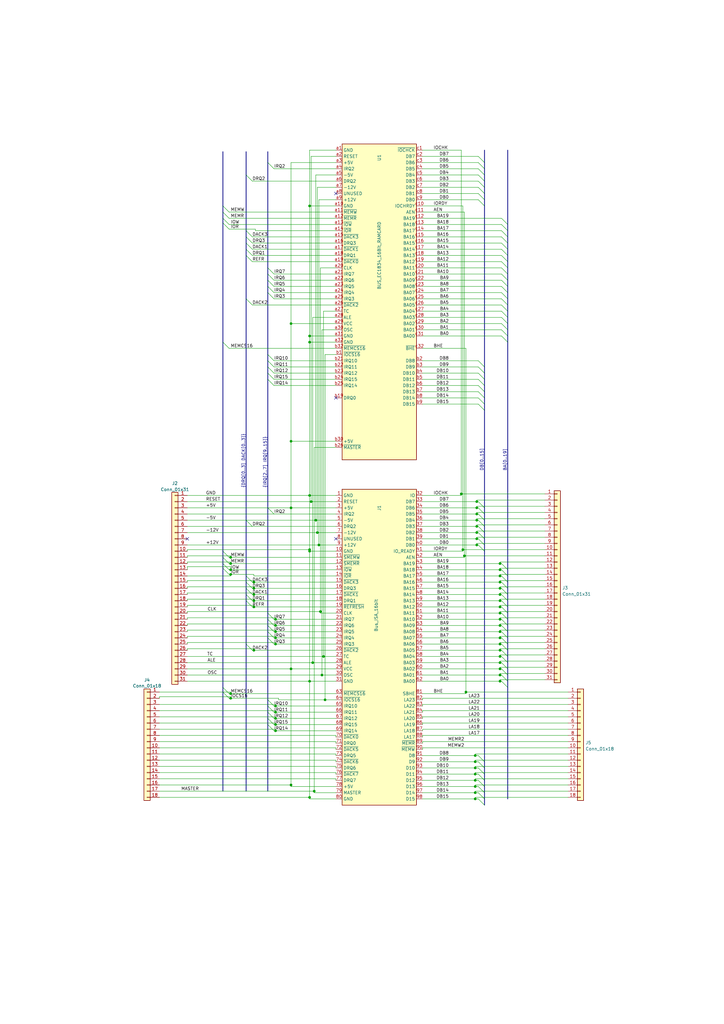
<source format=kicad_sch>
(kicad_sch (version 20211123) (generator eeschema)
  (paper "A3" portrait)
  (title_block (title "ISA16 to DIN41612") (date "2023-06-06") (rev "1") (company "Mario Goegel"))
  (junction (at 94.615 233.68))
  (junction (at 189.865 225.425))
  (junction (at 127 279.4))
  (junction (at 205.105 241.3))
  (junction (at 132.715 269.24))
  (junction (at 205.105 231.14))
  (junction (at 127 137.795))
  (junction (at 195.58 223.52))
  (junction (at 194.945 320.04))
  (junction (at 113.03 254))
  (junction (at 205.105 264.16))
  (junction (at 113.03 297.18))
  (junction (at 104.14 243.84))
  (junction (at 194.945 327.66))
  (junction (at 113.03 256.54))
  (junction (at 127 226.06))
  (junction (at 119.38 208.28))
  (junction (at 104.14 241.3))
  (junction (at 205.105 238.76))
  (junction (at 194.945 314.96))
  (junction (at 94.615 284.48))
  (junction (at 130.81 223.52))
  (junction (at 119.38 321.945))
  (junction (at 191.135 283.845))
  (junction (at 205.105 261.62))
  (junction (at 205.105 271.78))
  (junction (at 94.615 228.6))
  (junction (at 128.27 271.78))
  (junction (at 195.58 205.74))
  (junction (at 130.175 218.44))
  (junction (at 127.635 205.74))
  (junction (at 127 203.2))
  (junction (at 104.14 238.76))
  (junction (at 113.03 292.1))
  (junction (at 129.54 213.36))
  (junction (at 190.5 227.965))
  (junction (at 205.105 279.4))
  (junction (at 205.105 269.24))
  (junction (at 127 327.025))
  (junction (at 104.14 248.92))
  (junction (at 104.14 246.38))
  (junction (at 195.58 213.36))
  (junction (at 113.03 289.56))
  (junction (at 205.105 256.54))
  (junction (at 205.105 259.08))
  (junction (at 205.105 276.86))
  (junction (at 119.38 132.715))
  (junction (at 195.58 210.82))
  (junction (at 94.615 235.585))
  (junction (at 195.58 208.28))
  (junction (at 119.38 274.32))
  (junction (at 189.23 202.565))
  (junction (at 195.58 220.98))
  (junction (at 194.945 317.5))
  (junction (at 194.945 325.12))
  (junction (at 205.105 248.92))
  (junction (at 131.445 250.825))
  (junction (at 127 84.455))
  (junction (at 205.105 274.32))
  (junction (at 205.105 233.68))
  (junction (at 205.105 236.22))
  (junction (at 113.03 259.08))
  (junction (at 194.945 312.42))
  (junction (at 113.03 299.72))
  (junction (at 195.58 215.9))
  (junction (at 104.14 266.7))
  (junction (at 127 140.335))
  (junction (at 128.905 324.485))
  (junction (at 194.945 309.88))
  (junction (at 205.105 254))
  (junction (at 205.105 246.38))
  (junction (at 132.08 276.86))
  (junction (at 194.945 322.58))
  (junction (at 127 225.425))
  (junction (at 94.615 286.385))
  (junction (at 133.35 287.02))
  (junction (at 205.105 251.46))
  (junction (at 205.105 266.7))
  (junction (at 195.58 218.44))
  (junction (at 94.615 231.14))
  (junction (at 113.03 261.62))
  (junction (at 119.38 180.975))
  (junction (at 113.03 294.64))
  (junction (at 113.03 264.16))
  (junction (at 205.105 243.84))
  (no_connect (at 137.795 220.98))
  (no_connect (at 137.795 163.195))
  (no_connect (at 76.835 220.98))
  (no_connect (at 137.795 79.375))
  (bus_entry (at 100.965 71.755) (size 2.54 2.54))
  (bus_entry (at 205.74 137.795) (size 2.54 2.54))
  (bus_entry (at 100.965 102.235) (size 2.54 2.54))
  (bus_entry (at 205.74 279.4) (size 2.54 2.54))
  (bus_entry (at 196.215 158.115) (size 2.54 2.54))
  (bus_entry (at 196.215 220.98) (size 2.54 2.54))
  (bus_entry (at 196.215 327.66) (size 2.54 2.54))
  (bus_entry (at 205.74 132.715) (size 2.54 2.54))
  (bus_entry (at 100.965 264.16) (size 2.54 2.54))
  (bus_entry (at 205.74 89.535) (size 2.54 2.54))
  (bus_entry (at 109.855 153.035) (size 2.54 2.54))
  (bus_entry (at 109.855 256.54) (size 2.54 2.54))
  (bus_entry (at 205.74 114.935) (size 2.54 2.54))
  (bus_entry (at 196.215 320.04) (size 2.54 2.54))
  (bus_entry (at 205.74 264.16) (size 2.54 2.54))
  (bus_entry (at 109.855 145.415) (size 2.54 2.54))
  (bus_entry (at 100.965 104.775) (size 2.54 2.54))
  (bus_entry (at 205.74 233.68) (size 2.54 2.54))
  (bus_entry (at 100.965 213.36) (size 2.54 2.54))
  (bus_entry (at 91.44 226.06) (size 2.54 2.54))
  (bus_entry (at 196.215 213.36) (size 2.54 2.54))
  (bus_entry (at 109.855 109.855) (size 2.54 2.54))
  (bus_entry (at 109.855 120.015) (size 2.54 2.54))
  (bus_entry (at 196.215 163.195) (size 2.54 2.54))
  (bus_entry (at 196.215 215.9) (size 2.54 2.54))
  (bus_entry (at 109.855 114.935) (size 2.54 2.54))
  (bus_entry (at 109.855 294.64) (size 2.54 2.54))
  (bus_entry (at 205.74 256.54) (size 2.54 2.54))
  (bus_entry (at 100.965 94.615) (size 2.54 2.54))
  (bus_entry (at 109.855 150.495) (size 2.54 2.54))
  (bus_entry (at 196.215 74.295) (size 2.54 2.54))
  (bus_entry (at 109.855 251.46) (size 2.54 2.54))
  (bus_entry (at 205.74 97.155) (size 2.54 2.54))
  (bus_entry (at 91.44 91.44) (size 2.54 2.54))
  (bus_entry (at 196.215 312.42) (size 2.54 2.54))
  (bus_entry (at 196.215 210.82) (size 2.54 2.54))
  (bus_entry (at 100.965 97.155) (size 2.54 2.54))
  (bus_entry (at 91.44 84.455) (size 2.54 2.54))
  (bus_entry (at 205.74 248.92) (size 2.54 2.54))
  (bus_entry (at 205.74 102.235) (size 2.54 2.54))
  (bus_entry (at 196.215 205.74) (size 2.54 2.54))
  (bus_entry (at 205.74 122.555) (size 2.54 2.54))
  (bus_entry (at 205.74 135.255) (size 2.54 2.54))
  (bus_entry (at 196.215 69.215) (size 2.54 2.54))
  (bus_entry (at 109.855 254) (size 2.54 2.54))
  (bus_entry (at 205.74 99.695) (size 2.54 2.54))
  (bus_entry (at 100.965 99.695) (size 2.54 2.54))
  (bus_entry (at 205.74 251.46) (size 2.54 2.54))
  (bus_entry (at 91.44 231.14) (size 2.54 2.54))
  (bus_entry (at 205.74 259.08) (size 2.54 2.54))
  (bus_entry (at 205.74 236.22) (size 2.54 2.54))
  (bus_entry (at 205.74 266.7) (size 2.54 2.54))
  (bus_entry (at 109.855 66.675) (size 2.54 2.54))
  (bus_entry (at 205.74 127.635) (size 2.54 2.54))
  (bus_entry (at 205.74 241.3) (size 2.54 2.54))
  (bus_entry (at 205.74 269.24) (size 2.54 2.54))
  (bus_entry (at 109.855 208.28) (size 2.54 2.54))
  (bus_entry (at 205.74 92.075) (size 2.54 2.54))
  (bus_entry (at 100.965 122.555) (size 2.54 2.54))
  (bus_entry (at 196.215 71.755) (size 2.54 2.54))
  (bus_entry (at 196.215 153.035) (size 2.54 2.54))
  (bus_entry (at 205.74 107.315) (size 2.54 2.54))
  (bus_entry (at 196.215 66.675) (size 2.54 2.54))
  (bus_entry (at 205.74 238.76) (size 2.54 2.54))
  (bus_entry (at 196.215 79.375) (size 2.54 2.54))
  (bus_entry (at 205.74 261.62) (size 2.54 2.54))
  (bus_entry (at 196.215 76.835) (size 2.54 2.54))
  (bus_entry (at 91.44 89.535) (size 2.54 2.54))
  (bus_entry (at 196.215 147.955) (size 2.54 2.54))
  (bus_entry (at 205.74 276.86) (size 2.54 2.54))
  (bus_entry (at 205.74 94.615) (size 2.54 2.54))
  (bus_entry (at 196.215 165.735) (size 2.54 2.54))
  (bus_entry (at 205.74 254) (size 2.54 2.54))
  (bus_entry (at 205.74 120.015) (size 2.54 2.54))
  (bus_entry (at 109.855 287.02) (size 2.54 2.54))
  (bus_entry (at 196.215 81.915) (size 2.54 2.54))
  (bus_entry (at 91.44 233.045) (size 2.54 2.54))
  (bus_entry (at 205.74 104.775) (size 2.54 2.54))
  (bus_entry (at 91.44 140.335) (size 2.54 2.54))
  (bus_entry (at 109.855 155.575) (size 2.54 2.54))
  (bus_entry (at 205.74 246.38) (size 2.54 2.54))
  (bus_entry (at 196.215 150.495) (size 2.54 2.54))
  (bus_entry (at 100.965 236.22) (size 2.54 2.54))
  (bus_entry (at 205.74 109.855) (size 2.54 2.54))
  (bus_entry (at 100.965 243.84) (size 2.54 2.54))
  (bus_entry (at 196.215 325.12) (size 2.54 2.54))
  (bus_entry (at 196.215 322.58) (size 2.54 2.54))
  (bus_entry (at 196.215 160.655) (size 2.54 2.54))
  (bus_entry (at 109.855 147.955) (size 2.54 2.54))
  (bus_entry (at 196.215 223.52) (size 2.54 2.54))
  (bus_entry (at 109.855 292.1) (size 2.54 2.54))
  (bus_entry (at 205.74 231.14) (size 2.54 2.54))
  (bus_entry (at 205.74 125.095) (size 2.54 2.54))
  (bus_entry (at 196.215 317.5) (size 2.54 2.54))
  (bus_entry (at 196.215 314.96) (size 2.54 2.54))
  (bus_entry (at 91.44 86.995) (size 2.54 2.54))
  (bus_entry (at 205.74 243.84) (size 2.54 2.54))
  (bus_entry (at 109.855 259.08) (size 2.54 2.54))
  (bus_entry (at 205.74 271.78) (size 2.54 2.54))
  (bus_entry (at 196.215 208.28) (size 2.54 2.54))
  (bus_entry (at 196.215 64.135) (size 2.54 2.54))
  (bus_entry (at 100.965 241.3) (size 2.54 2.54))
  (bus_entry (at 196.215 218.44) (size 2.54 2.54))
  (bus_entry (at 205.74 112.395) (size 2.54 2.54))
  (bus_entry (at 100.965 238.76) (size 2.54 2.54))
  (bus_entry (at 196.215 309.88) (size 2.54 2.54))
  (bus_entry (at 109.855 117.475) (size 2.54 2.54))
  (bus_entry (at 196.215 155.575) (size 2.54 2.54))
  (bus_entry (at 91.44 283.845) (size 2.54 2.54))
  (bus_entry (at 109.855 289.56) (size 2.54 2.54))
  (bus_entry (at 109.855 297.18) (size 2.54 2.54))
  (bus_entry (at 109.855 112.395) (size 2.54 2.54))
  (bus_entry (at 91.44 228.6) (size 2.54 2.54))
  (bus_entry (at 205.74 117.475) (size 2.54 2.54))
  (bus_entry (at 205.74 130.175) (size 2.54 2.54))
  (bus_entry (at 91.44 281.94) (size 2.54 2.54))
  (bus_entry (at 100.965 246.38) (size 2.54 2.54))
  (bus_entry (at 109.855 261.62) (size 2.54 2.54))
  (bus_entry (at 205.74 274.32) (size 2.54 2.54))
  (wire (pts (xy 103.505 238.76) (xy 104.14 238.76)))
  (bus (pts (xy 198.755 76.835) (xy 198.755 79.375)))
  (wire (pts (xy 205.105 276.86) (xy 205.74 276.86)))
  (bus (pts (xy 91.44 89.535) (xy 91.44 91.44)))
  (wire (pts (xy 76.835 246.38) (xy 76.835 245.745)))
  (wire (pts (xy 195.58 220.345) (xy 195.58 220.98)))
  (wire (pts (xy 113.03 256.54) (xy 137.795 256.54)))
  (wire (pts (xy 205.105 266.065) (xy 223.52 266.065)))
  (bus (pts (xy 198.755 158.115) (xy 198.755 160.655)))
  (wire (pts (xy 112.395 294.64) (xy 113.03 294.64)))
  (bus (pts (xy 208.28 243.84) (xy 208.28 246.38)))
  (wire (pts (xy 173.355 296.545) (xy 233.045 296.545)))
  (bus (pts (xy 198.755 220.98) (xy 198.755 223.52)))
  (wire (pts (xy 76.835 248.92) (xy 76.835 248.285)))
  (bus (pts (xy 208.28 132.715) (xy 208.28 135.255)))
  (wire (pts (xy 205.105 240.665) (xy 223.52 240.665)))
  (wire (pts (xy 128.905 324.485) (xy 128.905 325.12)))
  (bus (pts (xy 109.855 289.56) (xy 109.855 292.1)))
  (bus (pts (xy 109.855 147.955) (xy 109.855 150.495)))
  (bus (pts (xy 198.755 61.595) (xy 198.755 66.675)))
  (bus (pts (xy 91.44 231.14) (xy 91.44 233.045)))
  (wire (pts (xy 137.795 76.835) (xy 130.175 76.835)))
  (wire (pts (xy 76.835 203.2) (xy 127 203.2)))
  (wire (pts (xy 173.355 254) (xy 205.105 254)))
  (bus (pts (xy 198.755 320.04) (xy 198.755 322.58)))
  (wire (pts (xy 76.835 279.4) (xy 127 279.4)))
  (wire (pts (xy 65.405 299.085) (xy 113.03 299.085)))
  (wire (pts (xy 173.355 286.385) (xy 173.355 287.02)))
  (wire (pts (xy 173.355 314.96) (xy 194.945 314.96)))
  (wire (pts (xy 76.835 258.445) (xy 113.03 258.445)))
  (wire (pts (xy 76.835 255.905) (xy 113.03 255.905)))
  (wire (pts (xy 173.355 112.395) (xy 205.74 112.395)))
  (wire (pts (xy 190.5 227.965) (xy 223.52 227.965)))
  (wire (pts (xy 127 61.595) (xy 127 84.455)))
  (wire (pts (xy 137.795 208.28) (xy 119.38 208.28)))
  (wire (pts (xy 76.835 223.52) (xy 130.81 223.52)))
  (wire (pts (xy 194.945 319.405) (xy 194.945 320.04)))
  (wire (pts (xy 112.395 259.08) (xy 113.03 259.08)))
  (wire (pts (xy 128.27 130.175) (xy 128.27 271.78)))
  (wire (pts (xy 76.835 240.665) (xy 104.14 240.665)))
  (wire (pts (xy 112.395 254) (xy 113.03 254)))
  (wire (pts (xy 94.615 235.585) (xy 93.98 235.585)))
  (wire (pts (xy 94.615 231.14) (xy 137.795 231.14)))
  (wire (pts (xy 76.835 250.825) (xy 131.445 250.825)))
  (wire (pts (xy 173.355 125.095) (xy 205.74 125.095)))
  (wire (pts (xy 137.795 319.405) (xy 137.795 320.04)))
  (wire (pts (xy 173.355 158.115) (xy 196.215 158.115)))
  (wire (pts (xy 103.505 102.235) (xy 137.795 102.235)))
  (wire (pts (xy 127 140.335) (xy 127 203.2)))
  (wire (pts (xy 76.835 271.78) (xy 128.27 271.78)))
  (wire (pts (xy 65.405 285.75) (xy 94.615 285.75)))
  (wire (pts (xy 104.14 243.205) (xy 104.14 243.84)))
  (bus (pts (xy 208.28 122.555) (xy 208.28 125.095)))
  (bus (pts (xy 100.965 102.235) (xy 100.965 104.775)))
  (wire (pts (xy 109.855 208.28) (xy 119.38 208.28)))
  (wire (pts (xy 137.795 205.74) (xy 127.635 205.74)))
  (wire (pts (xy 194.945 314.325) (xy 233.045 314.325)))
  (wire (pts (xy 65.405 324.485) (xy 128.905 324.485)))
  (wire (pts (xy 194.945 324.485) (xy 233.045 324.485)))
  (wire (pts (xy 137.795 306.705) (xy 137.795 307.34)))
  (wire (pts (xy 173.355 114.935) (xy 205.74 114.935)))
  (wire (pts (xy 76.835 264.16) (xy 76.835 263.525)))
  (wire (pts (xy 173.355 92.075) (xy 205.74 92.075)))
  (wire (pts (xy 76.835 233.68) (xy 76.835 232.41)))
  (wire (pts (xy 173.355 99.695) (xy 205.74 99.695)))
  (wire (pts (xy 65.405 294.005) (xy 113.03 294.005)))
  (wire (pts (xy 127 327.66) (xy 127 327.025)))
  (wire (pts (xy 205.105 261.62) (xy 205.74 261.62)))
  (wire (pts (xy 173.355 153.035) (xy 196.215 153.035)))
  (wire (pts (xy 205.105 271.145) (xy 223.52 271.145)))
  (wire (pts (xy 195.58 223.52) (xy 196.215 223.52)))
  (wire (pts (xy 173.355 259.08) (xy 205.105 259.08)))
  (wire (pts (xy 173.355 102.235) (xy 205.74 102.235)))
  (wire (pts (xy 205.105 271.78) (xy 205.74 271.78)))
  (wire (pts (xy 104.14 235.585) (xy 94.615 235.585)))
  (wire (pts (xy 119.38 180.975) (xy 119.38 208.28)))
  (wire (pts (xy 76.835 231.14) (xy 76.835 230.505)))
  (wire (pts (xy 76.835 269.24) (xy 132.715 269.24)))
  (wire (pts (xy 104.14 241.3) (xy 137.795 241.3)))
  (wire (pts (xy 173.355 261.62) (xy 205.105 261.62)))
  (wire (pts (xy 173.355 317.5) (xy 194.945 317.5)))
  (wire (pts (xy 113.03 297.18) (xy 137.795 297.18)))
  (wire (pts (xy 194.945 327.025) (xy 194.945 327.66)))
  (wire (pts (xy 173.355 74.295) (xy 196.215 74.295)))
  (wire (pts (xy 103.505 243.84) (xy 104.14 243.84)))
  (wire (pts (xy 189.23 202.565) (xy 223.52 202.565)))
  (bus (pts (xy 208.28 246.38) (xy 208.28 248.92)))
  (wire (pts (xy 113.03 263.525) (xy 113.03 264.16)))
  (wire (pts (xy 173.355 269.24) (xy 205.105 269.24)))
  (wire (pts (xy 119.38 321.945) (xy 119.38 322.58)))
  (wire (pts (xy 173.355 97.155) (xy 205.74 97.155)))
  (wire (pts (xy 173.355 208.28) (xy 195.58 208.28)))
  (wire (pts (xy 194.945 321.945) (xy 194.945 322.58)))
  (wire (pts (xy 173.355 218.44) (xy 195.58 218.44)))
  (wire (pts (xy 76.835 226.06) (xy 76.835 225.425)))
  (wire (pts (xy 103.505 107.315) (xy 137.795 107.315)))
  (wire (pts (xy 189.23 203.2) (xy 173.355 203.2)))
  (wire (pts (xy 205.105 253.365) (xy 205.105 254)))
  (bus (pts (xy 109.855 112.395) (xy 109.855 114.935)))
  (wire (pts (xy 113.03 264.16) (xy 137.795 264.16)))
  (wire (pts (xy 94.615 232.41) (xy 94.615 233.68)))
  (bus (pts (xy 198.755 325.12) (xy 198.755 327.66)))
  (wire (pts (xy 191.135 284.48) (xy 191.135 283.845)))
  (wire (pts (xy 194.945 309.245) (xy 233.045 309.245)))
  (wire (pts (xy 137.795 145.415) (xy 133.35 145.415)))
  (wire (pts (xy 65.405 311.785) (xy 137.795 311.785)))
  (bus (pts (xy 91.44 233.045) (xy 91.44 281.94)))
  (wire (pts (xy 195.58 207.645) (xy 223.52 207.645)))
  (wire (pts (xy 93.98 228.6) (xy 94.615 228.6)))
  (bus (pts (xy 208.28 127.635) (xy 208.28 130.175)))
  (wire (pts (xy 137.795 311.785) (xy 137.795 312.42)))
  (wire (pts (xy 173.355 120.015) (xy 205.74 120.015)))
  (bus (pts (xy 208.28 130.175) (xy 208.28 132.715)))
  (wire (pts (xy 137.795 81.915) (xy 130.81 81.915)))
  (wire (pts (xy 76.835 215.9) (xy 103.505 215.9)))
  (wire (pts (xy 173.355 266.7) (xy 205.105 266.7)))
  (bus (pts (xy 91.44 91.44) (xy 91.44 140.335)))
  (bus (pts (xy 198.755 208.28) (xy 198.755 210.82)))
  (wire (pts (xy 104.14 238.76) (xy 137.795 238.76)))
  (wire (pts (xy 173.355 322.58) (xy 194.945 322.58)))
  (wire (pts (xy 127 140.335) (xy 137.795 140.335)))
  (wire (pts (xy 195.58 210.82) (xy 196.215 210.82)))
  (wire (pts (xy 119.38 322.58) (xy 137.795 322.58)))
  (bus (pts (xy 109.855 251.46) (xy 109.855 254)))
  (wire (pts (xy 113.03 294.64) (xy 137.795 294.64)))
  (wire (pts (xy 104.14 236.22) (xy 104.14 235.585)))
  (wire (pts (xy 205.105 233.045) (xy 223.52 233.045)))
  (wire (pts (xy 195.58 207.645) (xy 195.58 208.28)))
  (wire (pts (xy 76.835 266.7) (xy 76.835 266.065)))
  (bus (pts (xy 208.28 233.68) (xy 208.28 236.22)))
  (wire (pts (xy 129.54 213.36) (xy 137.795 213.36)))
  (wire (pts (xy 113.03 299.085) (xy 113.03 299.72)))
  (wire (pts (xy 93.98 142.875) (xy 137.795 142.875)))
  (wire (pts (xy 194.945 314.96) (xy 196.215 314.96)))
  (wire (pts (xy 173.355 64.135) (xy 196.215 64.135)))
  (bus (pts (xy 198.755 84.455) (xy 198.755 150.495)))
  (wire (pts (xy 112.395 69.215) (xy 137.795 69.215)))
  (bus (pts (xy 100.965 238.76) (xy 100.965 241.3)))
  (wire (pts (xy 112.395 297.18) (xy 113.03 297.18)))
  (wire (pts (xy 205.105 263.525) (xy 223.52 263.525)))
  (wire (pts (xy 205.105 260.985) (xy 223.52 260.985)))
  (wire (pts (xy 173.355 288.925) (xy 233.045 288.925)))
  (wire (pts (xy 137.795 71.755) (xy 129.54 71.755)))
  (wire (pts (xy 137.795 61.595) (xy 127 61.595)))
  (wire (pts (xy 173.355 135.255) (xy 205.74 135.255)))
  (wire (pts (xy 76.835 276.86) (xy 132.08 276.86)))
  (wire (pts (xy 94.615 286.385) (xy 93.98 286.385)))
  (bus (pts (xy 208.28 248.92) (xy 208.28 251.46)))
  (wire (pts (xy 173.355 304.165) (xy 233.045 304.165)))
  (wire (pts (xy 173.355 291.465) (xy 233.045 291.465)))
  (bus (pts (xy 198.755 213.36) (xy 198.755 215.9)))
  (wire (pts (xy 173.355 309.88) (xy 194.945 309.88)))
  (wire (pts (xy 194.945 327.66) (xy 196.215 327.66)))
  (wire (pts (xy 205.105 233.045) (xy 205.105 233.68)))
  (wire (pts (xy 173.355 165.735) (xy 196.215 165.735)))
  (wire (pts (xy 194.945 317.5) (xy 196.215 317.5)))
  (wire (pts (xy 194.945 311.785) (xy 233.045 311.785)))
  (wire (pts (xy 205.105 276.225) (xy 223.52 276.225)))
  (wire (pts (xy 103.505 125.095) (xy 137.795 125.095)))
  (wire (pts (xy 137.795 309.245) (xy 137.795 309.88)))
  (bus (pts (xy 109.855 294.64) (xy 109.855 297.18)))
  (wire (pts (xy 104.14 246.38) (xy 137.795 246.38)))
  (wire (pts (xy 205.105 256.54) (xy 205.74 256.54)))
  (wire (pts (xy 65.405 288.925) (xy 113.03 288.925)))
  (wire (pts (xy 194.945 321.945) (xy 233.045 321.945)))
  (wire (pts (xy 205.105 279.4) (xy 205.74 279.4)))
  (wire (pts (xy 205.105 278.765) (xy 223.52 278.765)))
  (wire (pts (xy 130.175 76.835) (xy 130.175 218.44)))
  (wire (pts (xy 195.58 205.105) (xy 223.52 205.105)))
  (wire (pts (xy 127 225.425) (xy 127 203.2)))
  (wire (pts (xy 103.505 97.155) (xy 137.795 97.155)))
  (wire (pts (xy 173.355 71.755) (xy 196.215 71.755)))
  (wire (pts (xy 113.03 292.1) (xy 137.795 292.1)))
  (wire (pts (xy 205.105 273.685) (xy 205.105 274.32)))
  (bus (pts (xy 208.28 112.395) (xy 208.28 114.935)))
  (bus (pts (xy 100.965 246.38) (xy 100.965 264.16)))
  (wire (pts (xy 127 327.025) (xy 127 279.4)))
  (wire (pts (xy 173.355 233.68) (xy 205.105 233.68)))
  (bus (pts (xy 109.855 292.1) (xy 109.855 294.64)))
  (wire (pts (xy 173.355 320.04) (xy 194.945 320.04)))
  (wire (pts (xy 76.835 253.365) (xy 113.03 253.365)))
  (wire (pts (xy 173.355 213.36) (xy 195.58 213.36)))
  (wire (pts (xy 194.945 322.58) (xy 196.215 322.58)))
  (wire (pts (xy 112.395 122.555) (xy 137.795 122.555)))
  (wire (pts (xy 65.405 286.385) (xy 65.405 285.75)))
  (bus (pts (xy 198.755 215.9) (xy 198.755 218.44)))
  (wire (pts (xy 94.615 236.22) (xy 94.615 235.585)))
  (wire (pts (xy 76.835 228.6) (xy 76.835 227.965)))
  (wire (pts (xy 76.835 225.425) (xy 127 225.425)))
  (wire (pts (xy 131.445 109.855) (xy 131.445 250.825)))
  (bus (pts (xy 198.755 165.735) (xy 198.755 168.275)))
  (wire (pts (xy 119.38 66.675) (xy 119.38 132.715)))
  (wire (pts (xy 195.58 220.98) (xy 196.215 220.98)))
  (wire (pts (xy 194.945 325.12) (xy 196.215 325.12)))
  (wire (pts (xy 93.98 233.68) (xy 94.615 233.68)))
  (wire (pts (xy 191.135 283.845) (xy 191.135 142.875)))
  (wire (pts (xy 195.58 210.185) (xy 223.52 210.185)))
  (wire (pts (xy 137.795 274.32) (xy 119.38 274.32)))
  (wire (pts (xy 76.835 208.28) (xy 109.855 208.28)))
  (wire (pts (xy 137.795 64.135) (xy 127.635 64.135)))
  (wire (pts (xy 173.355 238.76) (xy 205.105 238.76)))
  (wire (pts (xy 65.405 314.325) (xy 137.795 314.325)))
  (wire (pts (xy 205.105 260.985) (xy 205.105 261.62)))
  (wire (pts (xy 137.795 314.325) (xy 137.795 314.96)))
  (wire (pts (xy 65.405 304.165) (xy 137.795 304.165)))
  (wire (pts (xy 133.35 287.02) (xy 114.3 287.02)))
  (bus (pts (xy 100.965 62.23) (xy 100.965 71.755)))
  (wire (pts (xy 132.08 276.86) (xy 132.08 135.255)))
  (bus (pts (xy 109.855 62.23) (xy 109.855 66.675)))
  (wire (pts (xy 76.835 260.985) (xy 113.03 260.985)))
  (wire (pts (xy 205.105 243.205) (xy 205.105 243.84)))
  (wire (pts (xy 112.395 155.575) (xy 137.795 155.575)))
  (wire (pts (xy 173.355 294.005) (xy 233.045 294.005)))
  (wire (pts (xy 130.175 218.44) (xy 137.795 218.44)))
  (wire (pts (xy 113.03 289.56) (xy 137.795 289.56)))
  (bus (pts (xy 109.855 261.62) (xy 109.855 287.02)))
  (wire (pts (xy 173.355 86.995) (xy 190.5 86.995)))
  (wire (pts (xy 112.395 256.54) (xy 113.03 256.54)))
  (bus (pts (xy 208.28 266.7) (xy 208.28 269.24)))
  (wire (pts (xy 65.405 316.865) (xy 137.795 316.865)))
  (wire (pts (xy 132.715 127.635) (xy 137.795 127.635)))
  (bus (pts (xy 109.855 297.18) (xy 109.855 324.485)))
  (wire (pts (xy 195.58 215.9) (xy 196.215 215.9)))
  (bus (pts (xy 208.28 104.775) (xy 208.28 107.315)))
  (bus (pts (xy 198.755 71.755) (xy 198.755 74.295)))
  (bus (pts (xy 208.28 135.255) (xy 208.28 137.795)))
  (wire (pts (xy 190.5 227.965) (xy 190.5 228.6)))
  (wire (pts (xy 205.105 266.7) (xy 205.74 266.7)))
  (bus (pts (xy 91.44 86.995) (xy 91.44 89.535)))
  (wire (pts (xy 103.505 248.92) (xy 104.14 248.92)))
  (wire (pts (xy 190.5 86.995) (xy 190.5 227.965)))
  (wire (pts (xy 190.5 228.6) (xy 173.355 228.6)))
  (wire (pts (xy 205.105 276.225) (xy 205.105 276.86)))
  (wire (pts (xy 205.105 263.525) (xy 205.105 264.16)))
  (wire (pts (xy 128.905 325.12) (xy 137.795 325.12)))
  (bus (pts (xy 208.28 276.86) (xy 208.28 279.4)))
  (bus (pts (xy 208.28 279.4) (xy 208.28 281.94)))
  (wire (pts (xy 173.355 81.915) (xy 196.215 81.915)))
  (bus (pts (xy 198.755 79.375) (xy 198.755 81.915)))
  (wire (pts (xy 127 279.4) (xy 127 226.06)))
  (wire (pts (xy 205.105 250.825) (xy 205.105 251.46)))
  (wire (pts (xy 103.505 246.38) (xy 104.14 246.38)))
  (wire (pts (xy 195.58 215.265) (xy 195.58 215.9)))
  (wire (pts (xy 173.355 69.215) (xy 196.215 69.215)))
  (wire (pts (xy 205.105 230.505) (xy 223.52 230.505)))
  (wire (pts (xy 205.105 238.125) (xy 223.52 238.125)))
  (wire (pts (xy 127 84.455) (xy 137.795 84.455)))
  (wire (pts (xy 205.105 255.905) (xy 223.52 255.905)))
  (wire (pts (xy 173.355 76.835) (xy 196.215 76.835)))
  (bus (pts (xy 100.965 236.22) (xy 100.965 238.76)))
  (wire (pts (xy 173.355 301.625) (xy 233.045 301.625)))
  (wire (pts (xy 195.58 212.725) (xy 195.58 213.36)))
  (wire (pts (xy 104.14 266.7) (xy 137.795 266.7)))
  (wire (pts (xy 133.35 145.415) (xy 133.35 287.02)))
  (bus (pts (xy 198.755 150.495) (xy 198.755 153.035)))
  (wire (pts (xy 103.505 104.775) (xy 137.795 104.775)))
  (bus (pts (xy 100.965 99.695) (xy 100.965 102.235)))
  (wire (pts (xy 194.945 311.785) (xy 194.945 312.42)))
  (bus (pts (xy 100.965 97.155) (xy 100.965 99.695)))
  (wire (pts (xy 195.58 217.805) (xy 223.52 217.805)))
  (bus (pts (xy 208.28 125.095) (xy 208.28 127.635)))
  (wire (pts (xy 113.03 259.08) (xy 137.795 259.08)))
  (wire (pts (xy 137.795 279.4) (xy 127 279.4)))
  (wire (pts (xy 127 226.06) (xy 127 225.425)))
  (wire (pts (xy 137.795 137.795) (xy 127 137.795)))
  (bus (pts (xy 100.965 94.615) (xy 100.965 97.155)))
  (bus (pts (xy 109.855 109.855) (xy 109.855 112.395)))
  (wire (pts (xy 104.14 240.665) (xy 104.14 241.3)))
  (bus (pts (xy 208.28 254) (xy 208.28 256.54)))
  (wire (pts (xy 76.835 256.54) (xy 76.835 255.905)))
  (wire (pts (xy 173.355 274.32) (xy 205.105 274.32)))
  (wire (pts (xy 173.355 256.54) (xy 205.105 256.54)))
  (wire (pts (xy 173.355 150.495) (xy 196.215 150.495)))
  (wire (pts (xy 205.105 235.585) (xy 223.52 235.585)))
  (wire (pts (xy 205.105 259.08) (xy 205.74 259.08)))
  (wire (pts (xy 94.615 227.965) (xy 94.615 228.6)))
  (bus (pts (xy 198.755 327.66) (xy 198.755 330.2)))
  (wire (pts (xy 127 84.455) (xy 127 137.795)))
  (wire (pts (xy 76.835 241.3) (xy 76.835 240.665)))
  (wire (pts (xy 191.135 283.845) (xy 233.045 283.845)))
  (bus (pts (xy 91.44 281.94) (xy 91.44 283.845)))
  (wire (pts (xy 205.105 253.365) (xy 223.52 253.365)))
  (wire (pts (xy 173.355 109.855) (xy 205.74 109.855)))
  (bus (pts (xy 208.28 281.94) (xy 208.28 327.66)))
  (wire (pts (xy 137.795 287.02) (xy 133.35 287.02)))
  (wire (pts (xy 173.355 117.475) (xy 205.74 117.475)))
  (wire (pts (xy 173.355 243.84) (xy 205.105 243.84)))
  (wire (pts (xy 173.355 130.175) (xy 205.74 130.175)))
  (wire (pts (xy 127.635 64.135) (xy 127.635 205.74)))
  (wire (pts (xy 194.945 316.865) (xy 233.045 316.865)))
  (bus (pts (xy 109.855 256.54) (xy 109.855 259.08)))
  (wire (pts (xy 94.615 284.48) (xy 137.795 284.48)))
  (wire (pts (xy 173.355 288.925) (xy 173.355 289.56)))
  (wire (pts (xy 173.355 132.715) (xy 205.74 132.715)))
  (wire (pts (xy 91.44 283.845) (xy 94.615 283.845)))
  (wire (pts (xy 195.58 222.885) (xy 223.52 222.885)))
  (wire (pts (xy 195.58 222.885) (xy 195.58 223.52)))
  (wire (pts (xy 195.58 208.28) (xy 196.215 208.28)))
  (bus (pts (xy 198.755 317.5) (xy 198.755 320.04)))
  (wire (pts (xy 137.795 226.06) (xy 127 226.06)))
  (bus (pts (xy 198.755 153.035) (xy 198.755 155.575)))
  (wire (pts (xy 195.58 217.805) (xy 195.58 218.44)))
  (wire (pts (xy 194.945 324.485) (xy 194.945 325.12)))
  (wire (pts (xy 76.835 213.36) (xy 100.965 213.36)))
  (wire (pts (xy 195.58 220.345) (xy 223.52 220.345)))
  (wire (pts (xy 194.945 312.42) (xy 196.215 312.42)))
  (wire (pts (xy 128.27 271.78) (xy 137.795 271.78)))
  (wire (pts (xy 132.08 135.255) (xy 137.795 135.255)))
  (wire (pts (xy 173.355 220.98) (xy 195.58 220.98)))
  (bus (pts (xy 198.755 314.96) (xy 198.755 317.5)))
  (bus (pts (xy 109.855 155.575) (xy 109.855 208.28)))
  (wire (pts (xy 94.615 233.68) (xy 137.795 233.68)))
  (wire (pts (xy 94.615 285.75) (xy 94.615 286.385)))
  (wire (pts (xy 137.795 66.675) (xy 119.38 66.675)))
  (wire (pts (xy 205.105 274.32) (xy 205.74 274.32)))
  (wire (pts (xy 173.355 79.375) (xy 196.215 79.375)))
  (wire (pts (xy 173.355 155.575) (xy 196.215 155.575)))
  (wire (pts (xy 173.355 163.195) (xy 196.215 163.195)))
  (wire (pts (xy 93.98 86.995) (xy 137.795 86.995)))
  (wire (pts (xy 104.14 243.84) (xy 137.795 243.84)))
  (wire (pts (xy 205.105 250.825) (xy 223.52 250.825)))
  (wire (pts (xy 189.865 225.425) (xy 223.52 225.425)))
  (bus (pts (xy 208.28 117.475) (xy 208.28 120.015)))
  (bus (pts (xy 198.755 322.58) (xy 198.755 325.12)))
  (wire (pts (xy 112.395 112.395) (xy 137.795 112.395)))
  (wire (pts (xy 137.795 327.66) (xy 127 327.66)))
  (wire (pts (xy 173.355 248.92) (xy 205.105 248.92)))
  (wire (pts (xy 194.945 320.04) (xy 196.215 320.04)))
  (wire (pts (xy 173.355 223.52) (xy 195.58 223.52)))
  (wire (pts (xy 131.445 250.825) (xy 131.445 251.46)))
  (wire (pts (xy 137.795 183.515) (xy 128.905 183.515)))
  (wire (pts (xy 103.505 266.7) (xy 104.14 266.7)))
  (bus (pts (xy 198.755 81.915) (xy 198.755 84.455)))
  (wire (pts (xy 76.835 230.505) (xy 94.615 230.505)))
  (wire (pts (xy 65.405 319.405) (xy 137.795 319.405)))
  (wire (pts (xy 173.355 246.38) (xy 205.105 246.38)))
  (wire (pts (xy 104.14 266.065) (xy 104.14 266.7)))
  (wire (pts (xy 113.03 260.985) (xy 113.03 261.62)))
  (wire (pts (xy 173.355 327.66) (xy 194.945 327.66)))
  (wire (pts (xy 173.355 104.775) (xy 205.74 104.775)))
  (wire (pts (xy 76.835 274.32) (xy 119.38 274.32)))
  (wire (pts (xy 173.355 122.555) (xy 205.74 122.555)))
  (wire (pts (xy 113.03 291.465) (xy 113.03 292.1)))
  (wire (pts (xy 205.105 236.22) (xy 205.74 236.22)))
  (wire (pts (xy 195.58 212.725) (xy 223.52 212.725)))
  (bus (pts (xy 100.965 264.16) (xy 100.965 324.485)))
  (wire (pts (xy 205.105 254) (xy 205.74 254)))
  (wire (pts (xy 137.795 180.975) (xy 119.38 180.975)))
  (bus (pts (xy 198.755 226.06) (xy 198.755 312.42)))
  (wire (pts (xy 173.355 325.12) (xy 194.945 325.12)))
  (wire (pts (xy 173.355 210.82) (xy 195.58 210.82)))
  (bus (pts (xy 208.28 140.335) (xy 208.28 233.68)))
  (wire (pts (xy 195.58 215.265) (xy 223.52 215.265)))
  (wire (pts (xy 173.355 306.705) (xy 173.355 307.34)))
  (wire (pts (xy 194.945 327.025) (xy 233.045 327.025)))
  (wire (pts (xy 104.775 94.615) (xy 104.775 93.98)))
  (bus (pts (xy 91.44 226.06) (xy 91.44 228.6)))
  (bus (pts (xy 91.44 62.23) (xy 91.44 84.455)))
  (wire (pts (xy 94.615 230.505) (xy 94.615 231.14)))
  (wire (pts (xy 104.775 93.98) (xy 93.98 93.98)))
  (wire (pts (xy 195.58 205.105) (xy 195.58 205.74)))
  (wire (pts (xy 119.38 274.32) (xy 119.38 321.945)))
  (wire (pts (xy 173.355 137.795) (xy 205.74 137.795)))
  (wire (pts (xy 128.905 183.515) (xy 128.905 324.485)))
  (wire (pts (xy 137.795 316.865) (xy 137.795 317.5)))
  (wire (pts (xy 173.355 215.9) (xy 195.58 215.9)))
  (bus (pts (xy 208.28 256.54) (xy 208.28 259.08)))
  (bus (pts (xy 208.28 241.3) (xy 208.28 243.84)))
  (bus (pts (xy 109.855 145.415) (xy 109.855 147.955)))
  (bus (pts (xy 198.755 210.82) (xy 198.755 213.36)))
  (wire (pts (xy 104.14 248.92) (xy 137.795 248.92)))
  (wire (pts (xy 205.105 241.3) (xy 205.74 241.3)))
  (wire (pts (xy 189.865 225.425) (xy 189.865 84.455)))
  (wire (pts (xy 173.355 312.42) (xy 194.945 312.42)))
  (wire (pts (xy 205.105 258.445) (xy 223.52 258.445)))
  (bus (pts (xy 198.755 312.42) (xy 198.755 314.96)))
  (wire (pts (xy 112.395 289.56) (xy 113.03 289.56)))
  (bus (pts (xy 198.755 223.52) (xy 198.755 226.06)))
  (wire (pts (xy 113.03 253.365) (xy 113.03 254)))
  (wire (pts (xy 65.405 296.545) (xy 113.03 296.545)))
  (wire (pts (xy 130.81 223.52) (xy 137.795 223.52)))
  (wire (pts (xy 173.355 286.385) (xy 233.045 286.385)))
  (wire (pts (xy 65.405 306.705) (xy 137.795 306.705)))
  (bus (pts (xy 109.855 117.475) (xy 109.855 120.015)))
  (wire (pts (xy 189.23 61.595) (xy 189.23 202.565)))
  (bus (pts (xy 208.28 236.22) (xy 208.28 238.76)))
  (wire (pts (xy 205.105 238.76) (xy 205.74 238.76)))
  (wire (pts (xy 205.105 266.065) (xy 205.105 266.7)))
  (wire (pts (xy 132.715 127.635) (xy 132.715 269.24)))
  (wire (pts (xy 205.105 230.505) (xy 205.105 231.14)))
  (bus (pts (xy 109.855 66.675) (xy 109.855 109.855)))
  (bus (pts (xy 100.965 243.84) (xy 100.965 246.38)))
  (wire (pts (xy 173.355 94.615) (xy 205.74 94.615)))
  (wire (pts (xy 137.795 269.24) (xy 132.715 269.24)))
  (wire (pts (xy 137.795 301.625) (xy 137.795 302.26)))
  (wire (pts (xy 173.355 299.085) (xy 173.355 299.72)))
  (wire (pts (xy 194.945 316.865) (xy 194.945 317.5)))
  (bus (pts (xy 198.755 160.655) (xy 198.755 163.195)))
  (wire (pts (xy 112.395 117.475) (xy 137.795 117.475)))
  (wire (pts (xy 113.03 255.905) (xy 113.03 256.54)))
  (bus (pts (xy 100.965 213.36) (xy 100.965 236.22)))
  (bus (pts (xy 109.855 287.02) (xy 109.855 289.56)))
  (wire (pts (xy 112.395 120.015) (xy 137.795 120.015)))
  (wire (pts (xy 205.105 251.46) (xy 205.74 251.46)))
  (bus (pts (xy 208.28 107.315) (xy 208.28 109.855)))
  (wire (pts (xy 205.105 245.745) (xy 205.105 246.38)))
  (wire (pts (xy 173.355 251.46) (xy 205.105 251.46)))
  (wire (pts (xy 137.795 109.855) (xy 131.445 109.855)))
  (wire (pts (xy 173.355 284.48) (xy 191.135 284.48)))
  (wire (pts (xy 173.355 279.4) (xy 205.105 279.4)))
  (wire (pts (xy 189.23 202.565) (xy 189.23 203.2)))
  (wire (pts (xy 94.615 228.6) (xy 137.795 228.6)))
  (wire (pts (xy 94.615 283.845) (xy 94.615 284.48)))
  (wire (pts (xy 173.355 147.955) (xy 196.215 147.955)))
  (wire (pts (xy 189.865 226.06) (xy 189.865 225.425)))
  (wire (pts (xy 205.105 248.285) (xy 223.52 248.285)))
  (bus (pts (xy 109.855 120.015) (xy 109.855 145.415)))
  (wire (pts (xy 205.105 255.905) (xy 205.105 256.54)))
  (bus (pts (xy 91.44 283.845) (xy 91.44 324.485)))
  (wire (pts (xy 173.355 264.16) (xy 205.105 264.16)))
  (wire (pts (xy 173.355 294.005) (xy 173.355 294.64)))
  (wire (pts (xy 137.795 130.175) (xy 128.27 130.175)))
  (wire (pts (xy 195.58 210.185) (xy 195.58 210.82)))
  (bus (pts (xy 208.28 271.78) (xy 208.28 274.32)))
  (wire (pts (xy 205.105 278.765) (xy 205.105 279.4)))
  (bus (pts (xy 208.28 269.24) (xy 208.28 271.78)))
  (wire (pts (xy 205.105 240.665) (xy 205.105 241.3)))
  (wire (pts (xy 173.355 89.535) (xy 205.74 89.535)))
  (wire (pts (xy 76.835 232.41) (xy 94.615 232.41)))
  (bus (pts (xy 198.755 218.44) (xy 198.755 220.98)))
  (bus (pts (xy 208.28 264.16) (xy 208.28 266.7)))
  (wire (pts (xy 112.395 147.955) (xy 137.795 147.955)))
  (wire (pts (xy 104.14 238.125) (xy 104.14 238.76)))
  (wire (pts (xy 114.3 287.02) (xy 114.3 286.385)))
  (wire (pts (xy 103.505 99.695) (xy 137.795 99.695)))
  (bus (pts (xy 198.755 168.275) (xy 198.755 208.28)))
  (wire (pts (xy 173.355 205.74) (xy 195.58 205.74)))
  (wire (pts (xy 93.98 92.075) (xy 137.795 92.075)))
  (wire (pts (xy 194.945 309.88) (xy 196.215 309.88)))
  (wire (pts (xy 173.355 276.86) (xy 205.105 276.86)))
  (wire (pts (xy 119.38 208.28) (xy 119.38 274.32)))
  (bus (pts (xy 208.28 137.795) (xy 208.28 140.335)))
  (bus (pts (xy 208.28 92.075) (xy 208.28 94.615)))
  (wire (pts (xy 195.58 218.44) (xy 196.215 218.44)))
  (wire (pts (xy 113.03 294.005) (xy 113.03 294.64)))
  (wire (pts (xy 173.355 127.635) (xy 205.74 127.635)))
  (bus (pts (xy 109.855 150.495) (xy 109.855 153.035)))
  (bus (pts (xy 91.44 228.6) (xy 91.44 231.14)))
  (wire (pts (xy 205.105 243.205) (xy 223.52 243.205)))
  (bus (pts (xy 208.28 99.695) (xy 208.28 102.235)))
  (bus (pts (xy 91.44 84.455) (xy 91.44 86.995)))
  (bus (pts (xy 109.855 254) (xy 109.855 256.54)))
  (bus (pts (xy 198.755 74.295) (xy 198.755 76.835)))
  (bus (pts (xy 109.855 153.035) (xy 109.855 155.575)))
  (wire (pts (xy 205.105 245.745) (xy 223.52 245.745)))
  (wire (pts (xy 191.135 142.875) (xy 173.355 142.875)))
  (wire (pts (xy 65.405 321.945) (xy 119.38 321.945)))
  (wire (pts (xy 104.14 248.285) (xy 104.14 248.92)))
  (wire (pts (xy 205.105 271.145) (xy 205.105 271.78)))
  (wire (pts (xy 93.98 89.535) (xy 137.795 89.535)))
  (wire (pts (xy 113.03 254) (xy 137.795 254)))
  (wire (pts (xy 76.835 266.065) (xy 104.14 266.065)))
  (wire (pts (xy 76.835 227.965) (xy 94.615 227.965)))
  (wire (pts (xy 173.355 296.545) (xy 173.355 297.18)))
  (wire (pts (xy 205.105 243.84) (xy 205.74 243.84)))
  (wire (pts (xy 205.105 269.24) (xy 205.74 269.24)))
  (wire (pts (xy 173.355 236.22) (xy 205.105 236.22)))
  (wire (pts (xy 112.395 261.62) (xy 113.03 261.62)))
  (wire (pts (xy 76.835 238.76) (xy 76.835 238.125)))
  (wire (pts (xy 173.355 241.3) (xy 205.105 241.3)))
  (wire (pts (xy 112.395 150.495) (xy 137.795 150.495)))
  (bus (pts (xy 198.755 155.575) (xy 198.755 158.115)))
  (wire (pts (xy 76.835 248.285) (xy 104.14 248.285)))
  (wire (pts (xy 137.795 132.715) (xy 119.38 132.715)))
  (bus (pts (xy 109.855 208.28) (xy 109.855 251.46)))
  (wire (pts (xy 76.835 261.62) (xy 76.835 260.985)))
  (bus (pts (xy 100.965 104.775) (xy 100.965 122.555)))
  (wire (pts (xy 103.505 241.3) (xy 104.14 241.3)))
  (wire (pts (xy 113.03 288.925) (xy 113.03 289.56)))
  (wire (pts (xy 112.395 292.1) (xy 113.03 292.1)))
  (bus (pts (xy 208.28 61.595) (xy 208.28 92.075)))
  (wire (pts (xy 76.835 236.22) (xy 94.615 236.22)))
  (bus (pts (xy 208.28 97.155) (xy 208.28 99.695)))
  (wire (pts (xy 205.105 258.445) (xy 205.105 259.08)))
  (wire (pts (xy 205.105 268.605) (xy 223.52 268.605)))
  (wire (pts (xy 112.395 210.82) (xy 137.795 210.82)))
  (bus (pts (xy 208.28 261.62) (xy 208.28 264.16)))
  (wire (pts (xy 112.395 158.115) (xy 137.795 158.115)))
  (bus (pts (xy 208.28 259.08) (xy 208.28 261.62)))
  (wire (pts (xy 76.835 218.44) (xy 130.175 218.44)))
  (wire (pts (xy 205.105 248.285) (xy 205.105 248.92)))
  (bus (pts (xy 208.28 102.235) (xy 208.28 104.775)))
  (wire (pts (xy 103.505 74.295) (xy 137.795 74.295)))
  (bus (pts (xy 208.28 120.015) (xy 208.28 122.555)))
  (wire (pts (xy 93.98 231.14) (xy 94.615 231.14)))
  (wire (pts (xy 76.835 254) (xy 76.835 253.365)))
  (wire (pts (xy 131.445 251.46) (xy 137.795 251.46)))
  (wire (pts (xy 173.355 301.625) (xy 173.355 302.26)))
  (bus (pts (xy 208.28 114.935) (xy 208.28 117.475)))
  (bus (pts (xy 100.965 241.3) (xy 100.965 243.84)))
  (wire (pts (xy 112.395 153.035) (xy 137.795 153.035)))
  (wire (pts (xy 76.835 243.205) (xy 104.14 243.205)))
  (bus (pts (xy 208.28 274.32) (xy 208.28 276.86)))
  (bus (pts (xy 198.755 66.675) (xy 198.755 69.215)))
  (wire (pts (xy 173.355 226.06) (xy 189.865 226.06)))
  (wire (pts (xy 130.81 81.915) (xy 130.81 223.52)))
  (bus (pts (xy 208.28 94.615) (xy 208.28 97.155)))
  (bus (pts (xy 198.755 69.215) (xy 198.755 71.755)))
  (wire (pts (xy 76.835 245.745) (xy 104.14 245.745)))
  (wire (pts (xy 119.38 132.715) (xy 119.38 180.975)))
  (wire (pts (xy 137.795 304.165) (xy 137.795 304.8)))
  (bus (pts (xy 208.28 109.855) (xy 208.28 112.395)))
  (wire (pts (xy 127 137.795) (xy 127 140.335)))
  (wire (pts (xy 173.355 306.705) (xy 233.045 306.705)))
  (wire (pts (xy 76.835 210.82) (xy 112.395 210.82)))
  (wire (pts (xy 205.105 231.14) (xy 205.74 231.14)))
  (bus (pts (xy 208.28 238.76) (xy 208.28 241.3)))
  (wire (pts (xy 194.945 309.245) (xy 194.945 309.88)))
  (wire (pts (xy 129.54 71.755) (xy 129.54 213.36)))
  (wire (pts (xy 205.105 238.125) (xy 205.105 238.76)))
  (wire (pts (xy 76.835 259.08) (xy 76.835 258.445)))
  (wire (pts (xy 65.405 301.625) (xy 137.795 301.625)))
  (wire (pts (xy 173.355 304.165) (xy 173.355 304.8)))
  (wire (pts (xy 113.03 258.445) (xy 113.03 259.08)))
  (wire (pts (xy 173.355 107.315) (xy 205.74 107.315)))
  (wire (pts (xy 112.395 299.72) (xy 113.03 299.72)))
  (bus (pts (xy 100.965 122.555) (xy 100.965 213.36)))
  (wire (pts (xy 137.795 276.86) (xy 132.08 276.86)))
  (wire (pts (xy 205.105 264.16) (xy 205.74 264.16)))
  (bus (pts (xy 109.855 114.935) (xy 109.855 117.475)))
  (bus (pts (xy 198.755 163.195) (xy 198.755 165.735)))
  (wire (pts (xy 205.105 233.68) (xy 205.74 233.68)))
  (wire (pts (xy 173.355 299.085) (xy 233.045 299.085)))
  (wire (pts (xy 173.355 61.595) (xy 189.23 61.595)))
  (wire (pts (xy 76.835 238.125) (xy 104.14 238.125)))
  (wire (pts (xy 114.3 286.385) (xy 94.615 286.385)))
  (wire (pts (xy 113.03 296.545) (xy 113.03 297.18)))
  (wire (pts (xy 205.105 268.605) (xy 205.105 269.24)))
  (wire (pts (xy 76.835 205.74) (xy 127.635 205.74)))
  (wire (pts (xy 65.405 283.845) (xy 91.44 283.845)))
  (wire (pts (xy 173.355 160.655) (xy 196.215 160.655)))
  (bus (pts (xy 109.855 259.08) (xy 109.855 261.62)))
  (wire (pts (xy 65.405 309.245) (xy 137.795 309.245)))
  (wire (pts (xy 100.965 213.36) (xy 129.54 213.36)))
  (wire (pts (xy 93.98 284.48) (xy 94.615 284.48)))
  (wire (pts (xy 173.355 291.465) (xy 173.355 292.1)))
  (wire (pts (xy 127 203.2) (xy 137.795 203.2)))
  (wire (pts (xy 205.105 273.685) (xy 223.52 273.685)))
  (wire (pts (xy 173.355 271.78) (xy 205.105 271.78)))
  (wire (pts (xy 76.835 263.525) (xy 113.03 263.525)))
  (bus (pts (xy 208.28 251.46) (xy 208.28 254)))
  (wire (pts (xy 173.355 231.14) (xy 205.105 231.14)))
  (wire (pts (xy 137.795 236.22) (xy 104.14 236.22)))
  (wire (pts (xy 76.835 243.84) (xy 76.835 243.205)))
  (wire (pts (xy 195.58 213.36) (xy 196.215 213.36)))
  (wire (pts (xy 113.03 299.72) (xy 137.795 299.72)))
  (wire (pts (xy 76.835 251.46) (xy 76.835 250.825)))
  (wire (pts (xy 65.405 327.025) (xy 127 327.025)))
  (wire (pts (xy 103.505 215.9) (xy 137.795 215.9)))
  (wire (pts (xy 205.105 248.92) (xy 205.74 248.92)))
  (wire (pts (xy 205.105 235.585) (xy 205.105 236.22)))
  (wire (pts (xy 195.58 205.74) (xy 196.215 205.74)))
  (wire (pts (xy 205.105 246.38) (xy 205.74 246.38)))
  (bus (pts (xy 91.44 140.335) (xy 91.44 226.06)))
  (wire (pts (xy 112.395 264.16) (xy 113.03 264.16)))
  (wire (pts (xy 65.405 291.465) (xy 113.03 291.465)))
  (wire (pts (xy 173.355 66.675) (xy 196.215 66.675)))
  (bus (pts (xy 100.965 71.755) (xy 100.965 94.615)))
  (wire (pts (xy 194.945 319.405) (xy 233.045 319.405)))
  (wire (pts (xy 113.03 261.62) (xy 137.795 261.62)))
  (wire (pts (xy 189.865 84.455) (xy 173.355 84.455)))
  (wire (pts (xy 104.14 245.745) (xy 104.14 246.38)))
  (wire (pts (xy 112.395 114.935) (xy 137.795 114.935)))
  (wire (pts (xy 194.945 314.325) (xy 194.945 314.96)))
  (wire (pts (xy 137.795 94.615) (xy 104.775 94.615)))
  (label "IRQ15" (at 112.395 297.18 0))
  (label "MEMW" (at 94.615 86.995 0))
  (label "DB8" (at 184.15 147.955 180))
  (label "DB10" (at 184.15 153.035 180))
  (label "IRQ12" (at 112.395 153.035 0))
  (label "DB7" (at 184.15 64.135 180))
  (label "IRQ2" (at 112.395 210.82 0))
  (label "AEN" (at 177.8 228.6 0))
  (label "BA2" (at 184.15 132.715 180))
  (label "BA11" (at 184.15 251.46 180))
  (label "-12V" (at 84.455 218.44 0))
  (label "BA8" (at 184.15 259.08 180))
  (label "BA19" (at 184.15 231.14 180))
  (label "DB1" (at 184.15 79.375 180))
  (label "BA14" (at 184.15 243.84 180))
  (label "IRQ10" (at 112.395 289.56 0))
  (label "DRQ3" (at 103.505 99.695 0))
  (label "LA21" (at 196.85 291.465 180))
  (label "BA5" (at 184.15 266.7 180))
  (label "DB12" (at 184.15 158.115 180))
  (label "IOCS16" (at 94.615 286.385 0))
  (label "BHE" (at 177.8 142.875 0))
  (label "LA18" (at 196.85 299.085 180))
  (label "DB1" (at 184.15 220.98 180))
  (label "IOW" (at 94.615 92.075 0))
  (label "DRQ2" (at 103.505 74.295 0))
  (label "DACK1" (at 103.505 102.235 0))
  (label "MEMCS16" (at 94.615 284.48 0))
  (label "BA6" (at 184.15 122.555 180))
  (label "DB9" (at 184.15 150.495 180))
  (label "BA19" (at 184.15 89.535 180))
  (label "IRQ6" (at 112.395 256.54 0))
  (label "BA0" (at 184.15 279.4 180))
  (label "BA9" (at 184.15 114.935 180))
  (label "IORDY" (at 177.8 226.06 0))
  (label "BA13" (at 184.15 246.38 180))
  (label "DACK3" (at 103.505 238.76 0))
  (label "IRQ5" (at 112.395 259.08 0))
  (label "DACK1" (at 103.505 243.84 0))
  (label "BA14" (at 184.15 102.235 180))
  (label "REFR" (at 103.505 248.92 0))
  (label "IRQ11" (at 112.395 292.1 0))
  (label "DB11" (at 184.15 317.5 180))
  (label "BA8" (at 184.15 117.475 180))
  (label "DRQ2" (at 103.505 215.9 0))
  (label "BA[0..19]" (at 208.28 193.04 90))
  (label "DB2" (at 184.15 218.44 180))
  (label "+5V" (at 84.455 208.28 0))
  (label "IRQ14" (at 112.395 299.72 0))
  (label "DB7" (at 184.15 205.74 180))
  (label "DB3" (at 184.15 215.9 180))
  (label "BA17" (at 184.15 236.22 180))
  (label "MEMR" (at 94.615 231.14 0))
  (label "BA10" (at 184.15 254 180))
  (label "DB0" (at 184.15 81.915 180))
  (label "BA5" (at 184.15 125.095 180))
  (label "BA4" (at 184.15 269.24 180))
  (label "DB13" (at 184.15 160.655 180))
  (label "IRQ4" (at 112.395 261.62 0))
  (label "CLK" (at 85.09 250.825 0))
  (label "MEMR" (at 94.615 89.535 0))
  (label "IRQ11" (at 112.395 150.495 0))
  (label "DB13" (at 184.15 322.58 180))
  (label "DRQ1" (at 103.505 246.38 0))
  (label "DB15" (at 184.15 327.66 180))
  (label "MASTER" (at 74.295 324.485 0))
  (label "{IRQ[2..7] IRQ[9..15]}" (at 109.855 200.025 90))
  (label "IOCHK" (at 177.8 61.595 0))
  (label "IRQ3" (at 112.395 122.555 0))
  (label "DB6" (at 184.15 208.28 180))
  (label "DB11" (at 184.15 155.575 180))
  (label "IRQ2" (at 112.395 69.215 0))
  (label "BA15" (at 184.15 99.695 180))
  (label "IRQ3" (at 112.395 264.16 0))
  (label "BA4" (at 184.15 127.635 180))
  (label "BA2" (at 184.15 274.32 180))
  (label "ALE" (at 85.071 271.78 0))
  (label "DB14" (at 184.15 163.195 180))
  (label "DB4" (at 184.15 71.755 180))
  (label "DB15" (at 184.15 165.735 180))
  (label "BA15" (at 184.15 241.3 180))
  (label "BA7" (at 184.15 261.62 180))
  (label "MEMCS16" (at 94.615 142.875 0))
  (label "DB4" (at 184.15 213.36 180))
  (label "BA18" (at 184.15 233.68 180))
  (label "BA16" (at 184.15 238.76 180))
  (label "DACK2" (at 103.505 125.095 0))
  (label "{DRQ[0..3] DACK[0..3]}" (at 100.965 200.025 90))
  (label "AEN" (at 177.8 86.995 0))
  (label "DB9" (at 184.15 312.42 180))
  (label "DB6" (at 184.15 66.675 180))
  (label "BA1" (at 184.15 135.255 180))
  (label "IOR" (at 94.615 235.585 0))
  (label "IRQ7" (at 112.395 254 0))
  (label "IRQ7" (at 112.395 112.395 0))
  (label "DRQ3" (at 103.505 241.3 0))
  (label "DACK3" (at 103.505 97.155 0))
  (label "BA18" (at 184.15 92.075 180))
  (label "DB3" (at 184.15 74.295 180))
  (label "DACK2" (at 103.505 266.7 0))
  (label "BA7" (at 184.15 120.015 180))
  (label "DB[0..15]" (at 198.755 193.04 90))
  (label "IRQ4" (at 112.395 120.015 0))
  (label "DB8" (at 184.15 309.88 180))
  (label "BHE" (at 177.8 284.48 0))
  (label "BA3" (at 184.15 130.175 180))
  (label "BA3" (at 184.15 271.78 180))
  (label "BA12" (at 184.15 107.315 180))
  (label "TC" (at 84.9231 269.24 0))
  (label "MEMW2" (at 190.5 306.705 180))
  (label "DB10" (at 184.15 314.96 180))
  (label "MEMW" (at 94.615 228.6 0))
  (label "BA1" (at 184.15 276.86 180))
  (label "IRQ15" (at 112.395 155.575 0))
  (label "GND" (at 84.455 203.2 0))
  (label "OSC" (at 85.09 276.86 0))
  (label "REFR" (at 103.505 107.315 0))
  (label "BA0" (at 184.15 137.795 180))
  (label "LA22" (at 196.85 288.925 180))
  (label "DB0" (at 184.15 223.52 180))
  (label "+12V" (at 84.455 223.52 0))
  (label "DRQ1" (at 103.505 104.775 0))
  (label "IRQ12" (at 112.395 294.64 0))
  (label "DB12" (at 184.15 320.04 180))
  (label "IOW" (at 94.615 233.68 0))
  (label "IOR" (at 94.615 93.98 0))
  (label "IOCHK" (at 177.8 203.2 0))
  (label "LA23" (at 196.85 286.385 180))
  (label "IORDY" (at 177.8 84.455 0))
  (label "BA16" (at 184.15 97.155 180))
  (label "BA10" (at 184.15 112.395 180))
  (label "IRQ6" (at 112.395 114.935 0))
  (label "BA12" (at 184.15 248.92 180))
  (label "DB14" (at 184.15 325.12 180))
  (label "LA17" (at 196.85 301.625 180))
  (label "DB5" (at 184.15 69.215 180))
  (label "LA19" (at 196.85 296.545 180))
  (label "BA11" (at 184.15 109.855 180))
  (label "LA20" (at 196.85 294.005 180))
  (label "MEMR2" (at 190.5 304.165 180))
  (label "IRQ14" (at 112.395 158.115 0))
  (label "-5V" (at 84.455 213.36 0))
  (label "DB2" (at 184.15 76.835 180))
  (label "BA6" (at 184.15 264.16 180))
  (label "IRQ5" (at 112.395 117.475 0))
  (label "BA17" (at 184.15 94.615 180))
  (label "DB5" (at 184.15 210.82 180))
  (label "BA9" (at 184.15 256.54 180))
  (label "RESET" (at 84.455 205.74 0))
  (label "BA13" (at 184.15 104.775 180))
  (label "IRQ10" (at 112.395 147.955 0))
  (symbol (lib_id "Connector_Generic:Conn_01x31") (at 71.755 241.3 0) (mirror y) (unit 1)
    (property "Reference" "J2" (at 71.755 198.2302 0))
    (property "Value" "Conn_01x31" (at 71.755 200.7671 0))
    (property "Footprint" "Connector_PinHeader_2.54mm:PinHeader_1x31_P2.54mm_Vertical" (effects hide))
  )
  (symbol (lib_id "Connector_Generic:Conn_01x18") (at 238.125 304.165 0) (unit 1)
    (property "Reference" "J5" (at 240.157 304.6003 0) (effects (justify left)))
    (property "Value" "Conn_01x18" (at 240.157 307.1372 0) (effects (justify left)))
    (property "Footprint" "Connector_PinHeader_2.54mm:PinHeader_1x18_P2.54mm_Vertical" (effects hide))
  )
  (symbol (lib_id "Connector:Bus_ISA_16bit") (at 155.575 266.7 0) (unit 1)
    (property "Reference" "J1" (at 155.575 209.55 90) (effects (justify left)))
    (property "Value" "Bus_ISA_16bit" (at 154.305 259.08 90) (effects (justify left)))
    (property "Footprint" "Connector_PCBEdge:BUS_AT" (effects hide))
    (property "Datasheet" "https://en.wikipedia.org/wiki/Industry_Standard_Architecture" (effects hide))
  )
  (symbol (lib_id "Connector_Generic:Conn_01x31") (at 228.6 240.665 0) (unit 1)
    (property "Reference" "J3" (at 230.632 241.1003 0) (effects (justify left)))
    (property "Value" "Conn_01x31" (at 230.632 243.6372 0) (effects (justify left)))
    (property "Footprint" "Connector_PinHeader_2.54mm:PinHeader_1x31_P2.54mm_Vertical" (effects hide))
  )
  (symbol (lib_id "Connector_Generic:Conn_01x18") (at 60.325 304.165 0) (mirror y) (unit 1)
    (property "Reference" "J4" (at 60.325 278.8752 0))
    (property "Value" "Conn_01x18" (at 60.325 281.305 0))
    (property "Footprint" "Connector_PinHeader_2.54mm:PinHeader_1x18_P2.54mm_Vertical" (effects hide))
  )
  (symbol (lib_id "robotron_ec1834:BUS_EC1834_16Bit_RAMCARD") (at 155.575 123.825 0) (unit 1)
    (property "Reference" "U1" (at 155.575 66.04 90) (effects (justify left)))
    (property "Value" "BUS_EC1834_16Bit_RAMCARD" (at 155.575 118.745 90) (effects (justify left)))
    (property "Footprint" "my_connector:DIN41612_C_3x32_Male_Horizontal_THT_PressFit" (effects hide))
  )
)
</source>
